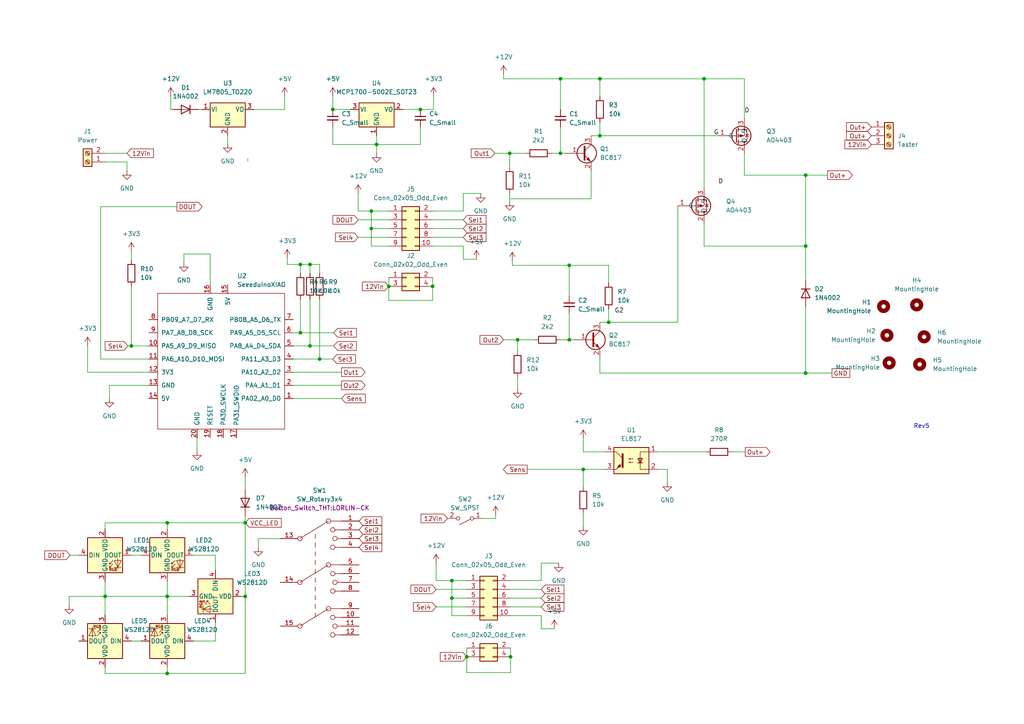
<source format=kicad_sch>
(kicad_sch (version 20211123) (generator eeschema)
  (paper "A4")
  (lib_symbols
    (symbol "Connector:Screw_Terminal_01x02" (pin_names (offset 1.016) hide)
      (property "Reference" "J" (at 0 2.54 0))
      (property "Value" "Screw_Terminal_01x02" (at 0 -5.08 0))
      (symbol "Screw_Terminal_01x02_1_1"
        (pin passive line (at -5.08 0 0) (length 3.81) (name "Pin_1") (number "1"))
        (pin passive line (at -5.08 -2.54 0) (length 3.81) (name "Pin_2") (number "2"))
      )
    )
    (symbol "Connector:Screw_Terminal_01x03" (pin_names (offset 1.016) hide)
      (property "Reference" "J" (at 0 5.08 0))
      (property "Value" "Screw_Terminal_01x03" (at 0 -5.08 0))
      (symbol "Screw_Terminal_01x03_1_1"
        (pin passive line (at -5.08 2.54 0) (length 3.81) (name "Pin_1") (number "1"))
        (pin passive line (at -5.08 0 0) (length 3.81) (name "Pin_2") (number "2"))
        (pin passive line (at -5.08 -2.54 0) (length 3.81) (name "Pin_3") (number "3"))
      )
    )
    (symbol "Connector_Generic:Conn_02x02_Odd_Even" (pin_names (offset 1.016) hide)
      (property "Reference" "J" (at 1.27 2.54 0))
      (property "Value" "Conn_02x02_Odd_Even" (at 1.27 -5.08 0))
      (symbol "Conn_02x02_Odd_Even_1_1"
        (pin passive line (at -5.08 0 0) (length 3.81) (name "Pin_1") (number "1"))
        (pin passive line (at 7.62 0 180) (length 3.81) (name "Pin_2") (number "2"))
        (pin passive line (at -5.08 -2.54 0) (length 3.81) (name "Pin_3") (number "3"))
        (pin passive line (at 7.62 -2.54 180) (length 3.81) (name "Pin_4") (number "4"))
      )
    )
    (symbol "Connector_Generic:Conn_02x05_Odd_Even" (pin_names (offset 1.016) hide)
      (property "Reference" "J" (at 1.27 7.62 0))
      (property "Value" "Conn_02x05_Odd_Even" (at 1.27 -7.62 0))
      (symbol "Conn_02x05_Odd_Even_1_1"
        (pin passive line (at -5.08 5.08 0) (length 3.81) (name "Pin_1") (number "1"))
        (pin passive line (at 7.62 -5.08 180) (length 3.81) (name "Pin_10") (number "10"))
        (pin passive line (at 7.62 5.08 180) (length 3.81) (name "Pin_2") (number "2"))
        (pin passive line (at -5.08 2.54 0) (length 3.81) (name "Pin_3") (number "3"))
        (pin passive line (at 7.62 2.54 180) (length 3.81) (name "Pin_4") (number "4"))
        (pin passive line (at -5.08 0 0) (length 3.81) (name "Pin_5") (number "5"))
        (pin passive line (at 7.62 0 180) (length 3.81) (name "Pin_6") (number "6"))
        (pin passive line (at -5.08 -2.54 0) (length 3.81) (name "Pin_7") (number "7"))
        (pin passive line (at 7.62 -2.54 180) (length 3.81) (name "Pin_8") (number "8"))
        (pin passive line (at -5.08 -5.08 0) (length 3.81) (name "Pin_9") (number "9"))
      )
    )
    (symbol "Device:C_Small" (pin_numbers hide) (pin_names (offset 0.254) hide)
      (property "Reference" "C" (at 0.254 1.778 0))
      (property "Value" "C_Small" (at 0.254 -2.032 0))
      (symbol "C_Small_1_1"
        (pin passive line (at 0 2.54 270) (length 2.032) (name "~") (number "1"))
        (pin passive line (at 0 -2.54 90) (length 2.032) (name "~") (number "2"))
      )
    )
    (symbol "Device:R" (pin_numbers hide) (pin_names (offset 0))
      (property "Reference" "R" (at 2.032 0 90))
      (property "Value" "R" (at 0 0 90))
      (symbol "R_1_1"
        (pin passive line (at 0 3.81 270) (length 1.27) (name "~") (number "1"))
        (pin passive line (at 0 -3.81 90) (length 1.27) (name "~") (number "2"))
      )
    )
    (symbol "Diode:1N4002" (pin_numbers hide) (pin_names (offset 1.016) hide)
      (property "Reference" "D" (at 0 2.54 0))
      (property "Value" "1N4002" (at 0 -2.54 0))
      (symbol "1N4002_1_1"
        (pin passive line (at -3.81 0 0) (length 2.54) (name "K") (number "1"))
        (pin passive line (at 3.81 0 180) (length 2.54) (name "A") (number "2"))
      )
    )
    (symbol "Diode:1N4148" (pin_numbers hide) (pin_names hide)
      (property "Reference" "D" (at 0 2.54 0))
      (property "Value" "1N4148" (at 0 -2.54 0))
      (symbol "1N4148_1_1"
        (pin passive line (at -3.81 0 0) (length 2.54) (name "K") (number "1"))
        (pin passive line (at 3.81 0 180) (length 2.54) (name "A") (number "2"))
      )
    )
    (symbol "Isolator:EL817" (pin_names (offset 1.016))
      (property "Reference" "U" (at -5.08 5.08 0))
      (property "Value" "EL817" (at 0 5.08 0))
      (symbol "EL817_1_1"
        (pin passive line (at -7.62 2.54 0) (length 2.54) (name "~") (number "1"))
        (pin passive line (at -7.62 -2.54 0) (length 2.54) (name "~") (number "2"))
        (pin passive line (at 7.62 -2.54 180) (length 2.54) (name "~") (number "3"))
        (pin passive line (at 7.62 2.54 180) (length 2.54) (name "~") (number "4"))
      )
    )
    (symbol "LED:WS2812D" (pin_names (offset 0.254))
      (property "Reference" "D" (at 5.08 5.715 0))
      (property "Value" "WS2812D" (at 1.27 -5.715 0))
      (symbol "WS2812D_0_0"
        (text "RGB" (at 2.286 -4.191 0) (effects (font (size 0.762 0.762))))
      )
      (symbol "WS2812D_1_1"
        (pin output line (at 7.62 0 180) (length 2.54) (name "DOUT") (number "1"))
        (pin power_in line (at 0 7.62 270) (length 2.54) (name "VDD") (number "2"))
        (pin power_in line (at 0 -7.62 90) (length 2.54) (name "GND") (number "3"))
        (pin input line (at -7.62 0 0) (length 2.54) (name "DIN") (number "4"))
      )
    )
    (symbol "Mechanical:MountingHole" (pin_names (offset 1.016))
      (property "Reference" "H" (at 0 5.08 0))
      (property "Value" "MountingHole" (at 0 3.175 0))
    )
    (symbol "Regulator_Linear:LM7805_TO220" (pin_names (offset 0.254))
      (property "Reference" "U" (at -3.81 3.175 0))
      (property "Value" "LM7805_TO220" (at 0 3.175 0))
      (symbol "LM7805_TO220_1_1"
        (pin power_in line (at -7.62 0 0) (length 2.54) (name "VI") (number "1"))
        (pin power_in line (at 0 -7.62 90) (length 2.54) (name "GND") (number "2"))
        (pin power_out line (at 7.62 0 180) (length 2.54) (name "VO") (number "3"))
      )
    )
    (symbol "Regulator_Linear:MCP1700-5002E_SOT23" (pin_names (offset 0.254))
      (property "Reference" "U" (at -3.81 3.175 0))
      (property "Value" "MCP1700-5002E_SOT23" (at 0 3.175 0))
      (symbol "MCP1700-5002E_SOT23_1_1"
        (pin power_in line (at 0 -7.62 90) (length 2.54) (name "GND") (number "1"))
        (pin power_out line (at 7.62 0 180) (length 2.54) (name "VO") (number "2"))
        (pin power_in line (at -7.62 0 0) (length 2.54) (name "VI") (number "3"))
      )
    )
    (symbol "Seeeduino XIAO:SeeeduinoXIAO" (pin_names (offset 1.016))
      (property "Reference" "U" (at -19.05 22.86 0))
      (property "Value" "SeeeduinoXIAO" (at -12.7 21.59 0))
      (symbol "SeeeduinoXIAO_1_1"
        (pin unspecified line (at -21.59 11.43 0) (length 2.54) (name "PA02_A0_D0") (number "1"))
        (pin unspecified line (at 20.32 -3.81 180) (length 2.54) (name "PA5_A9_D9_MISO") (number "10"))
        (pin unspecified line (at 20.32 0 180) (length 2.54) (name "PA6_A10_D10_MOSI") (number "11"))
        (pin unspecified line (at 20.32 3.81 180) (length 2.54) (name "3V3") (number "12"))
        (pin unspecified line (at 20.32 7.62 180) (length 2.54) (name "GND") (number "13"))
        (pin unspecified line (at 20.32 11.43 180) (length 2.54) (name "5V") (number "14"))
        (pin input line (at -2.54 -21.59 90) (length 2.54) (name "5V") (number "15"))
        (pin input line (at 2.54 -21.59 90) (length 2.54) (name "GND") (number "16"))
        (pin input line (at -5.08 22.86 270) (length 2.54) (name "PA31_SWDIO") (number "17"))
        (pin input line (at -1.27 22.86 270) (length 2.54) (name "PA30_SWCLK") (number "18"))
        (pin input line (at 2.54 22.86 270) (length 2.54) (name "RESET") (number "19"))
        (pin unspecified line (at -21.59 7.62 0) (length 2.54) (name "PA4_A1_D1") (number "2"))
        (pin input line (at 6.35 22.86 270) (length 2.54) (name "GND") (number "20"))
        (pin unspecified line (at -21.59 3.81 0) (length 2.54) (name "PA10_A2_D2") (number "3"))
        (pin unspecified line (at -21.59 0 0) (length 2.54) (name "PA11_A3_D3") (number "4"))
        (pin unspecified line (at -21.59 -3.81 0) (length 2.54) (name "PA8_A4_D4_SDA") (number "5"))
        (pin unspecified line (at -21.59 -7.62 0) (length 2.54) (name "PA9_A5_D5_SCL") (number "6"))
        (pin unspecified line (at -21.59 -11.43 0) (length 2.54) (name "PB08_A6_D6_TX") (number "7"))
        (pin unspecified line (at 20.32 -11.43 180) (length 2.54) (name "PB09_A7_D7_RX") (number "8"))
        (pin unspecified line (at 20.32 -7.62 180) (length 2.54) (name "PA7_A8_D8_SCK") (number "9"))
      )
    )
    (symbol "Switch:SW_Rotary3x4" (pin_names (offset 1.016) hide)
      (property "Reference" "SW1" (at 1.27 26.67 0))
      (property "Value" "SW_Rotary3x4" (at 1.27 24.13 0))
      (property "Footprint" "Button_Switch_THT:LORLIN-CK" (at 1.27 21.59 0))
      (symbol "SW_Rotary3x4_0_1"
        (pin passive line (at 12.7 17.78 180) (length 5.08) (name "1") (number "1"))
        (pin passive line (at 12.7 -10.16 180) (length 5.08) (name "10") (number "10"))
        (pin passive line (at 12.7 -12.7 180) (length 5.08) (name "11") (number "11"))
        (pin passive line (at 12.7 -15.24 180) (length 5.08) (name "12") (number "12"))
        (pin passive line (at -10.16 12.7 0) (length 5.08) (name "13") (number "13"))
        (pin passive line (at -10.16 0 0) (length 5.08) (name "14") (number "14"))
        (pin passive line (at -10.16 -12.7 0) (length 5.08) (name "15") (number "15"))
        (pin passive line (at 12.7 15.24 180) (length 5.08) (name "2") (number "2"))
        (pin passive line (at 12.7 12.7 180) (length 5.08) (name "3") (number "3"))
        (pin passive line (at 12.7 10.16 180) (length 5.08) (name "4") (number "4"))
        (pin passive line (at 12.7 5.08 180) (length 5.08) (name "5") (number "5"))
        (pin passive line (at 12.7 2.54 180) (length 5.08) (name "6") (number "6"))
        (pin passive line (at 12.7 0 180) (length 5.08) (name "7") (number "7"))
        (pin passive line (at 12.7 -2.54 180) (length 5.08) (name "8") (number "8"))
        (pin passive line (at 12.7 -7.62 180) (length 5.08) (name "9") (number "9"))
      )
    )
    (symbol "Switch:SW_SPST" (pin_names (offset 0) hide)
      (property "Reference" "SW" (at 0 3.175 0))
      (property "Value" "SW_SPST" (at 0 -2.54 0))
      (symbol "SW_SPST_1_1"
        (pin passive line (at -5.08 0 0) (length 2.54) (name "A") (number "1"))
        (pin passive line (at 5.08 0 180) (length 2.54) (name "B") (number "2"))
      )
    )
    (symbol "Transistor_BJT:BC817" (pin_names (offset 0) hide)
      (property "Reference" "Q" (at 5.08 1.905 0))
      (property "Value" "BC817" (at 5.08 0 0))
      (symbol "BC817_1_1"
        (pin input line (at -5.08 0 0) (length 5.715) (name "B") (number "1"))
        (pin passive line (at 2.54 -5.08 90) (length 2.54) (name "E") (number "2"))
        (pin passive line (at 2.54 5.08 270) (length 2.54) (name "C") (number "3"))
      )
    )
    (symbol "Transistor_FET:AOB409L"
      (property "Reference" "Q" (at 3.81 3.81 0))
      (property "Value" "AOB409L" (at 7.62 -2.54 0))
      (symbol "AOB409L_1_1"
        (pin input line (at -7.62 0 0) (length 2.54) (name "G") (number "1"))
        (pin passive line (at 0 5.08 270) (length 2.54) (name "D") (number "2"))
        (pin passive line (at 0 -5.08 90) (length 2.54) (name "S") (number "3"))
      )
    )
    (symbol "power:+12V" (power) (pin_names (offset 0))
      (property "Value" "+12V" (at 0 3.556 0))
      (symbol "+12V_1_1"
        (pin power_in line (at 0 0 90) (length 0) hide (name "+12V") (number "1"))
      )
    )
    (symbol "power:+3.3V" (power) (pin_names (offset 0))
      (property "Value" "+3.3V" (at 0 3.556 0))
      (symbol "+3.3V_1_1"
        (pin power_in line (at 0 0 90) (length 0) hide (name "+3V3") (number "1"))
      )
    )
    (symbol "power:+5V" (power) (pin_names (offset 0))
      (property "Value" "+5V" (at 0 3.556 0))
      (symbol "+5V_1_1"
        (pin power_in line (at 0 0 90) (length 0) hide (name "+5V") (number "1"))
      )
    )
    (symbol "power:GND" (power) (pin_names (offset 0))
      (property "Value" "GND" (at 0 -3.81 0))
      (symbol "GND_1_1"
        (pin power_in line (at 0 0 270) (length 0) hide (name "GND") (number "1"))
      )
    )
  )
  (junction (at 92.71 104.14))
  (junction (at 233.68 71.374))
  (junction (at 107.696 61.214))
  (junction (at 169.164 136.144))
  (junction (at 176.53 93.472))
  (junction (at 125.476 83.058))
  (junction (at 112.776 83.058))
  (junction (at 233.68 50.8))
  (junction (at 71.12 172.974))
  (junction (at 173.99 22.86))
  (junction (at 109.22 41.91))
  (junction (at 96.52 31.75))
  (junction (at 147.828 44.45))
  (junction (at 162.56 44.45))
  (junction (at 148.082 190.5))
  (junction (at 48.514 172.974))
  (junction (at 135.382 190.5))
  (junction (at 107.696 66.294))
  (junction (at 131.064 173.482))
  (junction (at 150.114 98.552))
  (junction (at 121.92 31.75))
  (junction (at 87.122 76.708))
  (junction (at 71.12 151.638))
  (junction (at 204.216 22.86))
  (junction (at 165.1 98.552))
  (junction (at 38.1 100.33))
  (junction (at 173.99 39.37))
  (junction (at 165.1 76.962))
  (junction (at 87.122 96.52))
  (junction (at 48.514 151.638))
  (junction (at 48.514 195.326))
  (junction (at 162.56 22.86))
  (junction (at 233.68 108.204))
  (junction (at 89.916 76.708))
  (junction (at 89.916 100.33))
  (junction (at 30.48 172.974))
  (junction (at 131.064 168.402))
  (wire (pts (xy 96.52 36.83) (xy 96.52 41.91)))
  (wire (pts (xy 125.73 31.75) (xy 125.73 27.94)))
  (wire (pts (xy 148.082 190.5) (xy 148.082 187.96)))
  (wire (pts (xy 148.59 75.692) (xy 148.59 76.962)))
  (wire (pts (xy 89.916 86.868) (xy 89.916 100.33)))
  (wire (pts (xy 169.164 127.254) (xy 169.164 131.064)))
  (wire (pts (xy 134.366 75.184) (xy 134.366 71.374)))
  (wire (pts (xy 173.99 22.86) (xy 173.99 27.94)))
  (wire (pts (xy 101.6 31.75) (xy 96.52 31.75)))
  (wire (pts (xy 38.1 75.438) (xy 38.1 72.898)))
  (wire (pts (xy 38.1 185.928) (xy 40.894 185.928)))
  (wire (pts (xy 148.082 168.402) (xy 156.972 168.402)))
  (wire (pts (xy 150.114 109.474) (xy 150.114 112.776)))
  (wire (pts (xy 30.48 195.326) (xy 48.514 195.326)))
  (wire (pts (xy 31.75 111.76) (xy 31.75 115.57)))
  (wire (pts (xy 49.53 31.75) (xy 50.038 31.75)))
  (wire (pts (xy 135.382 190.5) (xy 135.382 195.072)))
  (wire (pts (xy 196.596 93.472) (xy 176.53 93.472)))
  (wire (pts (xy 92.71 76.708) (xy 89.916 76.708)))
  (wire (pts (xy 85.09 104.14) (xy 92.71 104.14)))
  (wire (pts (xy 173.99 93.472) (xy 176.53 93.472)))
  (wire (pts (xy 87.122 76.708) (xy 83.312 76.708)))
  (wire (pts (xy 107.696 66.294) (xy 107.696 71.374)))
  (wire (pts (xy 233.68 50.8) (xy 233.68 71.374)))
  (wire (pts (xy 74.93 156.21) (xy 74.93 158.75)))
  (wire (pts (xy 36.83 46.99) (xy 36.83 49.53)))
  (wire (pts (xy 215.9 22.86) (xy 215.9 34.29)))
  (wire (pts (xy 66.04 39.37) (xy 66.04 41.656)))
  (wire (pts (xy 48.514 151.638) (xy 71.12 151.638)))
  (wire (pts (xy 62.484 180.594) (xy 62.484 185.928)))
  (wire (pts (xy 85.09 100.33) (xy 89.916 100.33)))
  (wire (pts (xy 43.18 104.14) (xy 29.21 104.14)))
  (wire (pts (xy 173.99 108.204) (xy 233.68 108.204)))
  (wire (pts (xy 156.972 163.322) (xy 156.972 168.402)))
  (wire (pts (xy 131.064 178.562) (xy 135.382 178.562)))
  (wire (pts (xy 173.99 35.56) (xy 173.99 39.37)))
  (wire (pts (xy 89.916 76.708) (xy 89.916 79.248)))
  (wire (pts (xy 30.48 168.656) (xy 30.48 172.974)))
  (wire (pts (xy 87.122 86.868) (xy 87.122 96.52)))
  (wire (pts (xy 148.082 170.942) (xy 156.972 170.942)))
  (wire (pts (xy 125.476 80.518) (xy 125.476 83.058)))
  (wire (pts (xy 112.776 87.122) (xy 125.476 87.122)))
  (wire (pts (xy 169.164 136.144) (xy 175.514 136.144)))
  (wire (pts (xy 56.134 185.928) (xy 62.484 185.928)))
  (wire (pts (xy 134.366 71.374) (xy 125.476 71.374)))
  (wire (pts (xy 162.56 44.45) (xy 163.83 44.45)))
  (wire (pts (xy 112.776 66.294) (xy 107.696 66.294)))
  (wire (pts (xy 85.09 96.52) (xy 87.122 96.52)))
  (wire (pts (xy 169.164 131.064) (xy 175.514 131.064)))
  (wire (pts (xy 204.216 54.61) (xy 204.216 22.86)))
  (wire (pts (xy 92.71 86.868) (xy 92.71 104.14)))
  (wire (pts (xy 87.122 96.52) (xy 96.774 96.52)))
  (wire (pts (xy 103.886 56.134) (xy 103.886 61.214)))
  (wire (pts (xy 135.382 173.482) (xy 131.064 173.482)))
  (wire (pts (xy 148.082 57.658) (xy 171.45 57.658)))
  (wire (pts (xy 215.9 50.8) (xy 233.68 50.8)))
  (wire (pts (xy 156.972 178.562) (xy 148.082 178.562)))
  (wire (pts (xy 233.68 71.374) (xy 233.68 81.28)))
  (wire (pts (xy 89.916 100.33) (xy 96.774 100.33)))
  (wire (pts (xy 31.75 111.76) (xy 43.18 111.76)))
  (wire (pts (xy 162.56 22.86) (xy 173.99 22.86)))
  (wire (pts (xy 37.084 100.33) (xy 38.1 100.33)))
  (wire (pts (xy 126.492 176.022) (xy 135.382 176.022)))
  (wire (pts (xy 73.66 31.75) (xy 82.55 31.75)))
  (wire (pts (xy 89.916 76.708) (xy 87.122 76.708)))
  (wire (pts (xy 165.1 76.962) (xy 148.59 76.962)))
  (wire (pts (xy 30.48 172.974) (xy 20.066 172.974)))
  (wire (pts (xy 126.492 163.322) (xy 126.492 168.402)))
  (wire (pts (xy 71.12 138.43) (xy 71.12 141.986)))
  (wire (pts (xy 147.828 44.45) (xy 152.4 44.45)))
  (wire (pts (xy 103.886 68.834) (xy 112.776 68.834)))
  (wire (pts (xy 143.764 150.368) (xy 143.764 149.352)))
  (wire (pts (xy 193.548 136.144) (xy 193.548 139.954)))
  (wire (pts (xy 121.92 31.75) (xy 125.73 31.75)))
  (wire (pts (xy 96.52 41.91) (xy 109.22 41.91)))
  (wire (pts (xy 176.53 76.962) (xy 176.53 82.042)))
  (wire (pts (xy 48.514 193.548) (xy 48.514 195.326)))
  (wire (pts (xy 70.104 172.974) (xy 71.12 172.974)))
  (wire (pts (xy 165.1 98.552) (xy 166.37 98.552)))
  (wire (pts (xy 57.15 127) (xy 57.15 130.81)))
  (wire (pts (xy 148.082 173.482) (xy 156.972 173.482)))
  (wire (pts (xy 125.476 66.294) (xy 134.366 66.294)))
  (wire (pts (xy 56.134 161.036) (xy 62.484 161.036)))
  (wire (pts (xy 150.114 98.552) (xy 154.94 98.552)))
  (wire (pts (xy 82.55 27.94) (xy 82.55 31.75)))
  (wire (pts (xy 125.476 61.214) (xy 134.366 61.214)))
  (wire (pts (xy 121.92 41.91) (xy 121.92 36.83)))
  (wire (pts (xy 160.02 44.45) (xy 162.56 44.45)))
  (wire (pts (xy 112.776 83.058) (xy 112.776 87.122)))
  (wire (pts (xy 103.886 63.754) (xy 112.776 63.754)))
  (wire (pts (xy 162.56 36.83) (xy 162.56 44.45)))
  (wire (pts (xy 171.45 49.53) (xy 171.45 57.658)))
  (wire (pts (xy 81.28 156.21) (xy 74.93 156.21)))
  (wire (pts (xy 147.828 44.45) (xy 147.828 48.514)))
  (wire (pts (xy 30.48 46.99) (xy 36.83 46.99)))
  (wire (pts (xy 96.52 31.75) (xy 96.52 27.94)))
  (wire (pts (xy 29.21 59.944) (xy 29.21 104.14)))
  (wire (pts (xy 48.514 172.974) (xy 54.864 172.974)))
  (wire (pts (xy 162.052 163.322) (xy 156.972 163.322)))
  (wire (pts (xy 173.99 22.86) (xy 204.216 22.86)))
  (wire (pts (xy 49.53 27.94) (xy 49.53 31.75)))
  (wire (pts (xy 233.68 108.204) (xy 241.3 108.204)))
  (wire (pts (xy 190.754 136.144) (xy 193.548 136.144)))
  (wire (pts (xy 150.114 98.552) (xy 150.114 101.854)))
  (wire (pts (xy 53.34 76.2) (xy 53.34 73.66)))
  (wire (pts (xy 131.064 168.402) (xy 135.382 168.402)))
  (wire (pts (xy 204.216 22.86) (xy 215.9 22.86)))
  (wire (pts (xy 109.22 41.91) (xy 109.22 44.45)))
  (wire (pts (xy 85.09 107.95) (xy 99.06 107.95)))
  (wire (pts (xy 169.164 136.144) (xy 169.164 141.224)))
  (wire (pts (xy 71.12 172.974) (xy 71.12 195.326)))
  (wire (pts (xy 233.68 88.9) (xy 233.68 108.204)))
  (wire (pts (xy 71.12 151.638) (xy 71.12 172.974)))
  (wire (pts (xy 92.71 76.708) (xy 92.71 79.248)))
  (wire (pts (xy 146.05 98.552) (xy 150.114 98.552)))
  (wire (pts (xy 62.484 165.354) (xy 62.484 161.036)))
  (wire (pts (xy 83.312 74.93) (xy 83.312 76.708)))
  (wire (pts (xy 112.776 80.518) (xy 112.776 83.058)))
  (wire (pts (xy 204.216 64.77) (xy 204.216 71.374)))
  (wire (pts (xy 176.53 89.662) (xy 176.53 93.472)))
  (wire (pts (xy 126.492 168.402) (xy 131.064 168.402)))
  (wire (pts (xy 53.34 73.66) (xy 60.96 73.66)))
  (wire (pts (xy 107.696 66.294) (xy 107.696 61.214)))
  (wire (pts (xy 109.22 39.37) (xy 109.22 41.91)))
  (wire (pts (xy 57.658 31.75) (xy 58.42 31.75)))
  (wire (pts (xy 25.4 107.95) (xy 43.18 107.95)))
  (wire (pts (xy 126.492 170.942) (xy 135.382 170.942)))
  (wire (pts (xy 125.476 63.754) (xy 134.366 63.754)))
  (wire (pts (xy 162.56 98.552) (xy 165.1 98.552)))
  (wire (pts (xy 30.48 153.416) (xy 30.48 151.638)))
  (wire (pts (xy 165.1 90.932) (xy 165.1 98.552)))
  (wire (pts (xy 147.828 56.134) (xy 147.828 58.42)))
  (wire (pts (xy 125.476 87.122) (xy 125.476 83.058)))
  (wire (pts (xy 139.446 56.134) (xy 134.366 56.134)))
  (wire (pts (xy 165.1 76.962) (xy 165.1 85.852)))
  (wire (pts (xy 48.514 172.974) (xy 48.514 178.308)))
  (wire (pts (xy 190.754 131.064) (xy 204.724 131.064)))
  (wire (pts (xy 85.09 111.76) (xy 99.06 111.76)))
  (wire (pts (xy 156.972 182.372) (xy 156.972 178.562)))
  (wire (pts (xy 38.1 100.33) (xy 43.18 100.33)))
  (wire (pts (xy 38.1 161.036) (xy 40.894 161.036)))
  (wire (pts (xy 30.48 172.974) (xy 48.514 172.974)))
  (wire (pts (xy 48.514 168.656) (xy 48.514 172.974)))
  (wire (pts (xy 131.064 173.482) (xy 131.064 178.562)))
  (wire (pts (xy 30.48 172.974) (xy 30.48 178.308)))
  (wire (pts (xy 148.082 176.022) (xy 156.972 176.022)))
  (wire (pts (xy 20.32 161.036) (xy 22.86 161.036)))
  (wire (pts (xy 173.99 103.632) (xy 173.99 108.204)))
  (wire (pts (xy 169.164 136.144) (xy 152.908 136.144)))
  (wire (pts (xy 60.96 73.66) (xy 60.96 82.55)))
  (wire (pts (xy 134.366 56.134) (xy 134.366 61.214)))
  (wire (pts (xy 125.476 68.834) (xy 134.366 68.834)))
  (wire (pts (xy 51.308 59.944) (xy 29.21 59.944)))
  (wire (pts (xy 87.122 76.708) (xy 87.122 79.248)))
  (wire (pts (xy 116.84 31.75) (xy 121.92 31.75)))
  (wire (pts (xy 85.09 115.57) (xy 99.06 115.57)))
  (wire (pts (xy 156.972 182.372) (xy 160.782 182.372)))
  (wire (pts (xy 30.48 44.45) (xy 36.83 44.45)))
  (wire (pts (xy 71.882 45.974) (xy 71.882 46.736)))
  (wire (pts (xy 71.12 149.606) (xy 71.12 151.638)))
  (wire (pts (xy 109.22 41.91) (xy 121.92 41.91)))
  (wire (pts (xy 139.954 150.368) (xy 143.764 150.368)))
  (wire (pts (xy 215.9 44.45) (xy 215.9 50.8)))
  (wire (pts (xy 103.886 61.214) (xy 107.696 61.214)))
  (wire (pts (xy 30.48 151.638) (xy 48.514 151.638)))
  (wire (pts (xy 148.082 195.072) (xy 148.082 190.5)))
  (wire (pts (xy 134.366 75.184) (xy 138.176 75.184)))
  (wire (pts (xy 48.514 151.638) (xy 48.514 153.416)))
  (wire (pts (xy 131.064 168.402) (xy 131.064 173.482)))
  (wire (pts (xy 196.596 59.69) (xy 196.596 93.472)))
  (wire (pts (xy 20.066 172.974) (xy 20.066 175.514)))
  (wire (pts (xy 173.99 39.37) (xy 208.28 39.37)))
  (wire (pts (xy 146.05 21.59) (xy 146.05 22.86)))
  (wire (pts (xy 30.48 195.326) (xy 30.48 193.548)))
  (wire (pts (xy 107.696 71.374) (xy 112.776 71.374)))
  (wire (pts (xy 162.56 22.86) (xy 162.56 31.75)))
  (wire (pts (xy 107.696 61.214) (xy 112.776 61.214)))
  (wire (pts (xy 38.1 83.058) (xy 38.1 100.33)))
  (wire (pts (xy 135.382 187.96) (xy 135.382 190.5)))
  (wire (pts (xy 25.4 100.33) (xy 25.4 107.95)))
  (wire (pts (xy 171.45 39.37) (xy 173.99 39.37)))
  (wire (pts (xy 212.344 131.064) (xy 216.154 131.064)))
  (wire (pts (xy 92.71 104.14) (xy 96.52 104.14)))
  (wire (pts (xy 233.68 50.8) (xy 240.03 50.8)))
  (wire (pts (xy 135.382 195.072) (xy 148.082 195.072)))
  (wire (pts (xy 143.51 44.45) (xy 147.828 44.45)))
  (wire (pts (xy 204.216 71.374) (xy 233.68 71.374)))
  (wire (pts (xy 71.12 195.326) (xy 48.514 195.326)))
  (wire (pts (xy 176.53 76.962) (xy 165.1 76.962)))
  (wire (pts (xy 162.56 22.86) (xy 146.05 22.86)))
  (wire (pts (xy 169.164 148.844) (xy 169.164 152.654)))
  (text "Rev5" (at 264.922 124.46 0) (effects (font (size 1.27 1.27)) (justify left bottom)))
  (label "G2" (at 178.2393 91.0717 0))
  (label "D" (at 208.28 53.594 0))
  (label "D" (at 215.9 33.02 0))
  (label "G" (at 207.01 39.37 0))
  (global_label "VCC_LED" (shape input) (at 71.12 151.638 0) (property "Intersheet References" "${INTERSHEET_REFS}" (effects hide)))
  (global_label "Out2" (shape output) (at 99.06 111.76 0) (property "Intersheet References" "${INTERSHEET_REFS}" (effects hide)))
  (global_label "DOUT" (shape input) (at 20.32 161.036 180) (property "Intersheet References" "${INTERSHEET_REFS}" (effects hide)))
  (global_label "Sel4" (shape input) (at 104.14 158.75 0) (property "Intersheet References" "${INTERSHEET_REFS}" (effects hide)))
  (global_label "Out1" (shape output) (at 99.06 107.95 0) (property "Intersheet References" "${INTERSHEET_REFS}" (effects hide)))
  (global_label "Sel4" (shape input) (at 37.084 100.33 180) (property "Intersheet References" "${INTERSHEET_REFS}" (effects hide)))
  (global_label "Out+" (shape input) (at 252.73 36.83 180) (property "Intersheet References" "${INTERSHEET_REFS}" (effects hide)))
  (global_label "12Vin" (shape input) (at 135.382 190.5 180) (property "Intersheet References" "${INTERSHEET_REFS}" (effects hide)))
  (global_label "Sens" (shape input) (at 99.06 115.57 0) (property "Intersheet References" "${INTERSHEET_REFS}" (effects hide)))
  (global_label "DOUT" (shape input) (at 103.886 63.754 180) (property "Intersheet References" "${INTERSHEET_REFS}" (effects hide)))
  (global_label "Out+" (shape output) (at 240.03 50.8 0) (property "Intersheet References" "${INTERSHEET_REFS}" (effects hide)))
  (global_label "12Vin" (shape input) (at 129.794 150.368 180) (property "Intersheet References" "${INTERSHEET_REFS}" (effects hide)))
  (global_label "Out+" (shape input) (at 252.73 39.37 180) (property "Intersheet References" "${INTERSHEET_REFS}" (effects hide)))
  (global_label "Sel1" (shape input) (at 104.14 151.13 0) (property "Intersheet References" "${INTERSHEET_REFS}" (effects hide)))
  (global_label "DOUT" (shape output) (at 51.308 59.944 0) (property "Intersheet References" "${INTERSHEET_REFS}" (effects hide)))
  (global_label "Sel4" (shape input) (at 126.492 176.022 180) (property "Intersheet References" "${INTERSHEET_REFS}" (effects hide)))
  (global_label "Sel3" (shape input) (at 134.366 68.834 0) (property "Intersheet References" "${INTERSHEET_REFS}" (effects hide)))
  (global_label "Sel2" (shape input) (at 96.774 100.33 0) (property "Intersheet References" "${INTERSHEET_REFS}" (effects hide)))
  (global_label "Sel2" (shape input) (at 134.366 66.294 0) (property "Intersheet References" "${INTERSHEET_REFS}" (effects hide)))
  (global_label "DOUT" (shape input) (at 126.492 170.942 180) (property "Intersheet References" "${INTERSHEET_REFS}" (effects hide)))
  (global_label "Sel1" (shape input) (at 96.774 96.52 0) (property "Intersheet References" "${INTERSHEET_REFS}" (effects hide)))
  (global_label "Sel3" (shape input) (at 156.972 176.022 0) (property "Intersheet References" "${INTERSHEET_REFS}" (effects hide)))
  (global_label "12Vin" (shape input) (at 112.776 83.058 180) (property "Intersheet References" "${INTERSHEET_REFS}" (effects hide)))
  (global_label "GND" (shape passive) (at 241.3 108.204 0) (property "Intersheet References" "${INTERSHEET_REFS}" (effects hide)))
  (global_label "Sel1" (shape input) (at 156.972 170.942 0) (property "Intersheet References" "${INTERSHEET_REFS}" (effects hide)))
  (global_label "Sel3" (shape input) (at 104.14 156.21 0) (property "Intersheet References" "${INTERSHEET_REFS}" (effects hide)))
  (global_label "Sel4" (shape input) (at 103.886 68.834 180) (property "Intersheet References" "${INTERSHEET_REFS}" (effects hide)))
  (global_label "Sel1" (shape input) (at 134.366 63.754 0) (property "Intersheet References" "${INTERSHEET_REFS}" (effects hide)))
  (global_label "Out2" (shape input) (at 146.05 98.552 180) (property "Intersheet References" "${INTERSHEET_REFS}" (effects hide)))
  (global_label "Out1" (shape input) (at 143.51 44.45 180) (property "Intersheet References" "${INTERSHEET_REFS}" (effects hide)))
  (global_label "Sel2" (shape input) (at 156.972 173.482 0) (property "Intersheet References" "${INTERSHEET_REFS}" (effects hide)))
  (global_label "12Vin" (shape input) (at 252.73 41.91 180) (property "Intersheet References" "${INTERSHEET_REFS}" (effects hide)))
  (global_label "Sel2" (shape input) (at 104.14 153.67 0) (property "Intersheet References" "${INTERSHEET_REFS}" (effects hide)))
  (global_label "Out+" (shape output) (at 216.154 131.064 0) (property "Intersheet References" "${INTERSHEET_REFS}" (effects hide)))
  (global_label "Sens" (shape output) (at 152.908 136.144 180) (property "Intersheet References" "${INTERSHEET_REFS}" (effects hide)))
  (global_label "12Vin" (shape input) (at 36.83 44.45 0) (property "Intersheet References" "${INTERSHEET_REFS}" (effects hide)))
  (global_label "Sel3" (shape input) (at 96.52 104.14 0) (property "Intersheet References" "${INTERSHEET_REFS}" (effects hide)))
  (symbol (lib_id "power:+5V") (at 160.782 182.372 0) (unit 1)
    (property "Reference" "#PWR0124" (effects hide))
    (property "Value" "+5V" (at 160.782 177.292 0))
  )
  (symbol (lib_id "Connector_Generic:Conn_02x02_Odd_Even") (at 140.462 187.96 0) (unit 1)
    (property "Reference" "J6" (at 141.732 181.61 0))
    (property "Value" "Conn_02x02_Odd_Even" (at 141.732 184.15 0))
    (property "Footprint" "Connector_PinHeader_2.54mm:PinHeader_2x02_P2.54mm_Vertical" (effects hide))
  )
  (symbol (lib_id "power:+5V") (at 138.176 75.184 0) (mirror y) (unit 1)
    (property "Reference" "#PWR0120" (effects hide))
    (property "Value" "+5V" (at 138.176 70.104 0))
  )
  (symbol (lib_id "power:+3.3V") (at 169.164 127.254 0) (unit 1)
    (property "Reference" "#PWR0103" (effects hide))
    (property "Value" "+3.3V" (at 169.164 122.174 0))
  )
  (symbol (lib_id "Mechanical:MountingHole") (at 266.7442 105.6841 0) (unit 1)
    (property "Reference" "H5" (at 270.51 104.414 0) (effects (justify left)))
    (property "Value" "MountingHole" (at 270.51 106.954 0) (effects (justify left)))
    (property "Footprint" "MountingHole:MountingHole_2.5mm" (effects hide))
  )
  (symbol (lib_id "Device:R") (at 38.1 79.248 0) (unit 1)
    (property "Reference" "R10" (at 40.64 77.9779 0) (effects (justify left)))
    (property "Value" "10k" (at 40.64 80.5179 0) (effects (justify left)))
    (property "Footprint" "Resistor_SMD:R_0805_2012Metric" (effects hide))
  )
  (symbol (lib_id "Connector:Screw_Terminal_01x02") (at 25.4 46.99 180) (unit 1)
    (property "Reference" "J1" (at 25.4 38.1 0))
    (property "Value" "Power" (at 25.4 40.64 0))
    (property "Footprint" "TerminalBlock_MetzConnect:TerminalBlock_MetzConnect_Type101_RT01602HBWC_1x02_P5.08mm_Horizontal" (effects hide))
  )
  (symbol (lib_id "Device:R") (at 173.99 31.75 0) (unit 1)
    (property "Reference" "R3" (at 176.53 30.4799 0) (effects (justify left)))
    (property "Value" "10k" (at 176.53 33.0199 0) (effects (justify left)))
    (property "Footprint" "Resistor_SMD:R_0805_2012Metric" (effects hide))
  )
  (symbol (lib_id "Device:R") (at 169.164 145.034 0) (unit 1)
    (property "Reference" "R5" (at 171.704 143.7639 0) (effects (justify left)))
    (property "Value" "10k" (at 171.704 146.3039 0) (effects (justify left)))
    (property "Footprint" "Resistor_SMD:R_0805_2012Metric" (effects hide))
  )
  (symbol (lib_id "Isolator:EL817") (at 183.134 133.604 0) (mirror y) (unit 1)
    (property "Reference" "U1" (at 183.134 124.714 0))
    (property "Value" "EL817" (at 183.134 127.254 0))
    (property "Footprint" "Package_DIP:DIP-4_W7.62mm" (effects hide))
    (property "Datasheet" "http://www.everlight.com/file/ProductFile/EL817.pdf" (effects hide))
  )
  (symbol (lib_id "power:GND") (at 74.93 158.75 0) (unit 1)
    (property "Reference" "#PWR0123" (effects hide))
    (property "Value" "GND" (at 74.93 163.83 0))
  )
  (symbol (lib_id "Mechanical:MountingHole") (at 256.286 88.9 0) (unit 1)
    (property "Reference" "H1" (at 252.73 87.6299 0) (effects (justify right)))
    (property "Value" "MountingHole" (at 252.73 90.1699 0) (effects (justify right)))
    (property "Footprint" "MountingHole:MountingHole_2.5mm" (effects hide))
  )
  (symbol (lib_id "power:GND") (at 66.04 41.656 0) (unit 1)
    (property "Reference" "#PWR0111" (effects hide))
    (property "Value" "GND" (at 66.04 46.736 0))
  )
  (symbol (lib_id "Transistor_BJT:BC817") (at 168.91 44.45 0) (unit 1)
    (property "Reference" "Q1" (at 173.99 43.1799 0) (effects (justify left)))
    (property "Value" "BC817" (at 173.99 45.7199 0) (effects (justify left)))
    (property "Footprint" "Package_TO_SOT_SMD:SOT-23" (effects hide))
    (property "Datasheet" "https://www.onsemi.com/pub/Collateral/BC818-D.pdf" (effects hide))
  )
  (symbol (lib_id "Device:C_Small") (at 162.56 34.29 0) (unit 1)
    (property "Reference" "C1" (at 165.1 33.0262 0) (effects (justify left)))
    (property "Value" "C_Small" (at 165.1 35.5662 0) (effects (justify left)))
    (property "Footprint" "Capacitor_SMD:C_0805_2012Metric" (effects hide))
  )
  (symbol (lib_id "Switch:SW_SPST") (at 134.874 150.368 180) (unit 1)
    (property "Reference" "SW2" (at 134.874 144.78 0))
    (property "Value" "SW_SPST" (at 134.874 147.32 0))
    (property "Footprint" "Button_Switch_THT:Toggle_Switch_SPST" (effects hide))
  )
  (symbol (lib_id "LED:WS2812D") (at 30.48 161.036 0) (unit 1)
    (property "Reference" "LED1" (at 41.148 156.7053 0))
    (property "Value" "WS2812D" (at 41.148 159.2453 0))
    (property "Footprint" "LED_THT:LED_D5.0mm-4_RGB" (effects hide))
    (property "Datasheet" "https://cdn-shop.adafruit.com/product-files/1138/SK6812+LED+datasheet+.pdf" (effects hide))
  )
  (symbol (lib_id "Mechanical:MountingHole") (at 257.8957 105.2525 0) (unit 1)
    (property "Reference" "H3" (at 255.27 103.9824 0) (effects (justify right)))
    (property "Value" "MountingHole" (at 255.27 106.5224 0) (effects (justify right)))
    (property "Footprint" "MountingHole:MountingHole_2.5mm" (effects hide))
  )
  (symbol (lib_id "Diode:1N4002") (at 71.12 145.796 90) (unit 1)
    (property "Reference" "D7" (at 74.168 144.5259 90) (effects (justify right)))
    (property "Value" "1N4002" (at 74.168 147.0659 90) (effects (justify right)))
    (property "Footprint" "Diode_THT:D_DO-41_SOD81_P7.62mm_Horizontal" (effects hide))
    (property "Datasheet" "http://www.vishay.com/docs/88503/1n4001.pdf" (effects hide))
  )
  (symbol (lib_id "power:GND") (at 139.446 56.134 0) (unit 1)
    (property "Reference" "#PWR0118" (effects hide))
    (property "Value" "GND" (at 139.446 61.214 0))
  )
  (symbol (lib_id "power:+5V") (at 82.55 27.94 0) (unit 1)
    (property "Reference" "#PWR0112" (effects hide))
    (property "Value" "+5V" (at 82.55 22.86 0))
  )
  (symbol (lib_id "power:GND") (at 53.34 76.2 0) (unit 1)
    (property "Reference" "#PWR0109" (effects hide))
    (property "Value" "GND" (at 53.34 81.28 0))
  )
  (symbol (lib_id "Device:R") (at 87.122 83.058 0) (unit 1)
    (property "Reference" "R4" (at 89.662 81.7879 0) (effects (justify left)))
    (property "Value" "10k" (at 89.662 84.3279 0) (effects (justify left)))
    (property "Footprint" "Resistor_SMD:R_0805_2012Metric" (effects hide))
  )
  (symbol (lib_id "Device:R") (at 208.534 131.064 90) (unit 1)
    (property "Reference" "R8" (at 208.534 124.714 90))
    (property "Value" "270R" (at 208.534 127.254 90))
    (property "Footprint" "Resistor_SMD:R_0805_2012Metric" (effects hide))
  )
  (symbol (lib_id "power:+12V") (at 143.764 149.352 0) (unit 1)
    (property "Reference" "#PWR0116" (effects hide))
    (property "Value" "+12V" (at 143.764 144.272 0))
  )
  (symbol (lib_id "power:GND") (at 162.052 163.322 0) (unit 1)
    (property "Reference" "#PWR0125" (effects hide))
    (property "Value" "GND" (at 162.052 168.402 0))
  )
  (symbol (lib_id "power:GND") (at 109.22 44.45 0) (unit 1)
    (property "Reference" "#PWR0114" (effects hide))
    (property "Value" "GND" (at 109.22 49.53 0))
  )
  (symbol (lib_id "Transistor_FET:AOB409L") (at 204.216 59.69 0) (mirror x) (unit 1)
    (property "Reference" "Q4" (at 210.566 58.4199 0) (effects (justify left)))
    (property "Value" "AO4403" (at 210.566 60.9599 0) (effects (justify left)))
    (property "Footprint" "Package_TO_SOT_SMD:TO-263-2" (effects hide))
    (property "Datasheet" "https://aosmd.com/sites/default/files/res/data_sheets/AOB409L.pdf" (effects hide))
  )
  (symbol (lib_id "Device:R") (at 158.75 98.552 270) (unit 1)
    (property "Reference" "R2" (at 158.75 92.202 90))
    (property "Value" "2k2" (at 158.75 94.742 90))
    (property "Footprint" "Resistor_SMD:R_0805_2012Metric" (effects hide))
  )
  (symbol (lib_id "power:GND") (at 147.828 58.42 0) (unit 1)
    (property "Reference" "#PWR0121" (effects hide))
    (property "Value" "GND" (at 147.828 63.5 0))
  )
  (symbol (lib_id "Device:R") (at 176.53 85.852 0) (unit 1)
    (property "Reference" "R7" (at 179.07 84.5819 0) (effects (justify left)))
    (property "Value" "10k" (at 179.07 87.1219 0) (effects (justify left)))
    (property "Footprint" "Resistor_SMD:R_0805_2012Metric" (effects hide))
  )
  (symbol (lib_id "power:+12V") (at 148.59 75.692 0) (unit 1)
    (property "Reference" "#PWR0105" (effects hide))
    (property "Value" "+12V" (at 148.59 70.612 0))
  )
  (symbol (lib_id "LED:WS2812D") (at 62.484 172.974 270) (unit 1)
    (property "Reference" "LED3" (at 73.152 166.3952 90))
    (property "Value" "WS2812D" (at 73.152 168.9352 90))
    (property "Footprint" "LED_THT:LED_D5.0mm-4_RGB" (effects hide))
    (property "Datasheet" "https://cdn-shop.adafruit.com/product-files/1138/SK6812+LED+datasheet+.pdf" (effects hide))
  )
  (symbol (lib_id "Device:R") (at 92.71 83.058 0) (unit 1)
    (property "Reference" "R9" (at 95.25 81.7879 0) (effects (justify left)))
    (property "Value" "10k" (at 95.25 84.3279 0) (effects (justify left)))
    (property "Footprint" "Resistor_SMD:R_0805_2012Metric" (effects hide))
  )
  (symbol (lib_id "Regulator_Linear:MCP1700-5002E_SOT23") (at 109.22 31.75 0) (unit 1)
    (property "Reference" "U4" (at 109.22 24.13 0))
    (property "Value" "MCP1700-5002E_SOT23" (at 109.22 26.67 0))
    (property "Footprint" "Package_TO_SOT_SMD:SOT-23" (effects hide))
    (property "Datasheet" "http://ww1.microchip.com/downloads/en/DeviceDoc/20001826D.pdf" (effects hide))
  )
  (symbol (lib_id "Diode:1N4148") (at 53.848 31.75 180) (unit 1)
    (property "Reference" "D1" (at 53.848 25.4 0))
    (property "Value" "1N4002" (at 53.848 27.94 0))
    (property "Footprint" "Diode_THT:D_DO-35_SOD27_P7.62mm_Horizontal" (effects hide))
    (property "Datasheet" "https://assets.nexperia.com/documents/data-sheet/1N4148_1N4448.pdf" (effects hide))
  )
  (symbol (lib_id "Seeeduino XIAO:SeeeduinoXIAO") (at 63.5 104.14 180) (unit 1)
    (property "Reference" "U2" (at 68.8087 80.01 0) (effects (justify right)))
    (property "Value" "SeeeduinoXIAO" (at 68.8087 82.55 0) (effects (justify right)))
    (property "Footprint" "Seeeduino XIAO KICAD:Seeeduino XIAO-MOUDLE14P-2.54-21X17.8MM" (effects hide))
  )
  (symbol (lib_id "Connector_Generic:Conn_02x02_Odd_Even") (at 117.856 80.518 0) (unit 1)
    (property "Reference" "J2" (at 119.126 74.168 0))
    (property "Value" "Conn_02x02_Odd_Even" (at 119.126 76.708 0))
    (property "Footprint" "Connector_PinSocket_2.54mm:PinSocket_2x02_P2.54mm_Vertical" (effects hide))
  )
  (symbol (lib_id "Mechanical:MountingHole") (at 265.881 88.4187 0) (unit 1)
    (property "Reference" "H4" (at 265.881 81.28 0))
    (property "Value" "MountingHole" (at 265.881 83.82 0))
    (property "Footprint" "MountingHole:MountingHole_2.5mm" (effects hide))
  )
  (symbol (lib_id "LED:WS2812D") (at 48.514 185.928 180) (unit 1)
    (property "Reference" "LED4" (at 58.674 180.0985 0))
    (property "Value" "WS2812D" (at 58.674 182.6385 0))
    (property "Footprint" "LED_THT:LED_D5.0mm-4_RGB" (effects hide))
    (property "Datasheet" "https://cdn-shop.adafruit.com/product-files/1138/SK6812+LED+datasheet+.pdf" (effects hide))
  )
  (symbol (lib_id "Connector:Screw_Terminal_01x03") (at 257.81 39.37 0) (unit 1)
    (property "Reference" "J4" (at 260.35 39.3699 0) (effects (justify left)))
    (property "Value" "Taster" (at 260.35 41.9099 0) (effects (justify left)))
    (property "Footprint" "TerminalBlock_MetzConnect:TerminalBlock_MetzConnect_Type101_RT01603HBWC_1x03_P5.08mm_Horizontal" (effects hide))
  )
  (symbol (lib_id "Transistor_BJT:BC817") (at 171.45 98.552 0) (unit 1)
    (property "Reference" "Q2" (at 176.53 97.2819 0) (effects (justify left)))
    (property "Value" "BC817" (at 176.53 99.8219 0) (effects (justify left)))
    (property "Footprint" "Package_TO_SOT_SMD:SOT-23" (effects hide))
    (property "Datasheet" "https://www.onsemi.com/pub/Collateral/BC818-D.pdf" (effects hide))
  )
  (symbol (lib_id "Mechanical:MountingHole") (at 257.2483 97.2673 0) (unit 1)
    (property "Reference" "H2" (at 254 95.9972 0) (effects (justify right)))
    (property "Value" "MountingHole" (at 254 98.5372 0) (effects (justify right)))
    (property "Footprint" "MountingHole:MountingHole_2.5mm" (effects hide))
  )
  (symbol (lib_id "LED:WS2812D") (at 30.48 185.928 180) (unit 1)
    (property "Reference" "LED5" (at 40.386 180.0985 0))
    (property "Value" "WS2812D" (at 40.386 182.6385 0))
    (property "Footprint" "LED_THT:LED_D5.0mm-4_RGB" (effects hide))
    (property "Datasheet" "https://cdn-shop.adafruit.com/product-files/1138/SK6812+LED+datasheet+.pdf" (effects hide))
  )
  (symbol (lib_id "Device:C_Small") (at 165.1 88.392 0) (unit 1)
    (property "Reference" "C2" (at 167.64 87.1282 0) (effects (justify left)))
    (property "Value" "C_Small" (at 167.64 89.6682 0) (effects (justify left)))
    (property "Footprint" "Capacitor_SMD:C_0805_2012Metric" (effects hide))
  )
  (symbol (lib_id "Device:R") (at 89.916 83.058 0) (unit 1)
    (property "Reference" "R6" (at 92.456 81.7879 0) (effects (justify left)))
    (property "Value" "10k" (at 92.456 84.3279 0) (effects (justify left)))
    (property "Footprint" "Resistor_SMD:R_0805_2012Metric" (effects hide))
  )
  (symbol (lib_id "power:+5V") (at 96.52 27.94 0) (unit 1)
    (property "Reference" "#PWR0113" (effects hide))
    (property "Value" "+5V" (at 96.52 22.86 0))
  )
  (symbol (lib_id "power:+12V") (at 126.492 163.322 0) (unit 1)
    (property "Reference" "#PWR0119" (effects hide))
    (property "Value" "+12V" (at 126.492 158.242 0))
  )
  (symbol (lib_id "power:+12V") (at 103.886 56.134 0) (unit 1)
    (property "Reference" "#PWR0128" (effects hide))
    (property "Value" "+12V" (at 103.886 51.054 0))
  )
  (symbol (lib_id "power:+12V") (at 49.53 27.94 0) (unit 1)
    (property "Reference" "#PWR0110" (effects hide))
    (property "Value" "+12V" (at 49.53 22.86 0))
  )
  (symbol (lib_id "power:+3.3V") (at 83.312 74.93 0) (unit 1)
    (property "Reference" "#PWR0108" (effects hide))
    (property "Value" "+3.3V" (at 83.312 69.85 0))
  )
  (symbol (lib_id "power:GND") (at 57.15 130.81 0) (unit 1)
    (property "Reference" "#PWR0122" (effects hide))
    (property "Value" "GND" (at 57.15 135.89 0))
  )
  (symbol (lib_id "power:GND") (at 193.548 139.954 0) (unit 1)
    (property "Reference" "#PWR0101" (effects hide))
    (property "Value" "GND" (at 193.548 145.034 0))
  )
  (symbol (lib_id "power:+3.3V") (at 125.73 27.94 0) (unit 1)
    (property "Reference" "#PWR0115" (effects hide))
    (property "Value" "+3.3V" (at 125.73 22.86 0))
  )
  (symbol (lib_id "power:GND") (at 169.164 152.654 0) (unit 1)
    (property "Reference" "#PWR0104" (effects hide))
    (property "Value" "GND" (at 169.164 157.734 0))
  )
  (symbol (lib_id "LED:WS2812D") (at 48.514 161.036 0) (unit 1)
    (property "Reference" "LED2" (at 59.182 156.7053 0))
    (property "Value" "WS2812D" (at 59.182 159.2453 0))
    (property "Footprint" "LED_THT:LED_D5.0mm-4_RGB" (effects hide))
    (property "Datasheet" "https://cdn-shop.adafruit.com/product-files/1138/SK6812+LED+datasheet+.pdf" (effects hide))
  )
  (symbol (lib_id "Connector_Generic:Conn_02x05_Odd_Even") (at 140.462 173.482 0) (unit 1)
    (property "Reference" "J3" (at 141.732 161.29 0))
    (property "Value" "Conn_02x05_Odd_Even" (at 141.732 163.83 0))
    (property "Footprint" "Connector_PinSocket_2.54mm:PinSocket_2x05_P2.54mm_Vertical" (effects hide))
  )
  (symbol (lib_id "power:GND") (at 31.75 115.57 0) (unit 1)
    (property "Reference" "#PWR0107" (effects hide))
    (property "Value" "GND" (at 31.75 120.65 0))
  )
  (symbol (lib_id "Device:C_Small") (at 96.52 34.29 0) (unit 1)
    (property "Reference" "C3" (at 99.06 33.0262 0) (effects (justify left)))
    (property "Value" "C_Small" (at 99.06 35.5662 0) (effects (justify left)))
    (property "Footprint" "Capacitor_SMD:C_0805_2012Metric" (effects hide))
  )
  (symbol (lib_id "Mechanical:MountingHole") (at 268.0391 97.6989 0) (unit 1)
    (property "Reference" "H6" (at 271.78 96.4288 0) (effects (justify left)))
    (property "Value" "MountingHole" (at 271.78 98.9688 0) (effects (justify left)))
    (property "Footprint" "MountingHole:MountingHole_2.5mm" (effects hide))
  )
  (symbol (lib_id "Device:R") (at 150.114 105.664 0) (unit 1)
    (property "Reference" "R12" (at 152.654 104.3939 0) (effects (justify left)))
    (property "Value" "10k" (at 152.654 106.9339 0) (effects (justify left)))
    (property "Footprint" "Resistor_SMD:R_0805_2012Metric" (effects hide))
  )
  (symbol (lib_id "power:+5V") (at 71.12 138.43 0) (mirror y) (unit 1)
    (property "Reference" "#PWR0130" (effects hide))
    (property "Value" "+5V" (at 71.12 133.35 0))
  )
  (symbol (lib_id "Device:C_Small") (at 121.92 34.29 0) (unit 1)
    (property "Reference" "C4" (at 124.46 33.0262 0) (effects (justify left)))
    (property "Value" "C_Small" (at 124.46 35.5662 0) (effects (justify left)))
    (property "Footprint" "Capacitor_SMD:C_0805_2012Metric" (effects hide))
  )
  (symbol (lib_id "Switch:SW_Rotary3x4") (at 91.44 168.91 0) (unit 1)
    (property "Reference" "SW1" (at 92.71 142.24 0))
    (property "Value" "SW_Rotary3x4" (at 92.71 144.78 0))
    (property "Footprint" "Button_Switch_THT:LORLIN-CK" (at 92.71 147.32 0))
    (property "Datasheet" "http://cdn-reichelt.de/documents/datenblatt/C200/DS-Serie%23LOR.pdf" (effects hide))
  )
  (symbol (lib_id "Device:R") (at 156.21 44.45 270) (unit 1)
    (property "Reference" "R1" (at 156.21 38.1 90))
    (property "Value" "2k2" (at 156.21 40.64 90))
    (property "Footprint" "Resistor_SMD:R_0805_2012Metric" (effects hide))
  )
  (symbol (lib_id "power:+3.3V") (at 25.4 100.33 0) (unit 1)
    (property "Reference" "#PWR0106" (effects hide))
    (property "Value" "+3.3V" (at 25.4 95.25 0))
  )
  (symbol (lib_id "Regulator_Linear:LM7805_TO220") (at 66.04 31.75 0) (unit 1)
    (property "Reference" "U3" (at 66.04 24.13 0))
    (property "Value" "LM7805_TO220" (at 66.04 26.67 0))
    (property "Footprint" "Package_TO_SOT_THT:TO-220-3_Vertical" (effects hide))
    (property "Datasheet" "https://www.onsemi.cn/PowerSolutions/document/MC7800-D.PDF" (effects hide))
  )
  (symbol (lib_id "power:GND") (at 36.83 49.53 0) (unit 1)
    (property "Reference" "#PWR0117" (effects hide))
    (property "Value" "GND" (at 36.83 54.61 0))
  )
  (symbol (lib_id "Device:R") (at 147.828 52.324 0) (unit 1)
    (property "Reference" "R11" (at 150.368 51.0539 0) (effects (justify left)))
    (property "Value" "10k" (at 150.368 53.5939 0) (effects (justify left)))
    (property "Footprint" "Resistor_SMD:R_0805_2012Metric" (effects hide))
  )
  (symbol (lib_id "Transistor_FET:AOB409L") (at 215.9 39.37 0) (mirror x) (unit 1)
    (property "Reference" "Q3" (at 222.25 38.0999 0) (effects (justify left)))
    (property "Value" "AO4403" (at 222.25 40.6399 0) (effects (justify left)))
    (property "Footprint" "Package_TO_SOT_SMD:TO-263-2" (effects hide))
    (property "Datasheet" "https://aosmd.com/sites/default/files/res/data_sheets/AOB409L.pdf" (effects hide))
  )
  (symbol (lib_id "power:GND") (at 150.114 112.776 0) (unit 1)
    (property "Reference" "#PWR0126" (effects hide))
    (property "Value" "GND" (at 150.114 117.856 0))
  )
  (symbol (lib_id "power:+3.3V") (at 38.1 72.898 0) (unit 1)
    (property "Reference" "#PWR0127" (effects hide))
    (property "Value" "+3.3V" (at 38.1 67.818 0))
  )
  (symbol (lib_id "power:+12V") (at 146.05 21.59 0) (unit 1)
    (property "Reference" "#PWR0102" (effects hide))
    (property "Value" "+12V" (at 146.05 16.51 0))
  )
  (symbol (lib_id "Connector_Generic:Conn_02x05_Odd_Even") (at 117.856 66.294 0) (unit 1)
    (property "Reference" "J5" (at 119.126 54.864 0))
    (property "Value" "Conn_02x05_Odd_Even" (at 119.126 57.404 0))
    (property "Footprint" "Connector_PinHeader_2.54mm:PinHeader_2x05_P2.54mm_Vertical" (effects hide))
  )
  (symbol (lib_id "Diode:1N4002") (at 233.68 85.09 270) (unit 1)
    (property "Reference" "D2" (at 236.22 83.8199 90) (effects (justify left)))
    (property "Value" "1N4002" (at 236.22 86.3599 90) (effects (justify left)))
    (property "Footprint" "Diode_THT:D_DO-41_SOD81_P7.62mm_Horizontal" (effects hide))
    (property "Datasheet" "http://www.vishay.com/docs/88503/1n4001.pdf" (effects hide))
  )
  (symbol (lib_id "power:GND") (at 20.066 175.514 0) (unit 1)
    (property "Reference" "#PWR0129" (effects hide))
    (property "Value" "GND" (at 20.066 180.594 0))
  )
)
</source>
